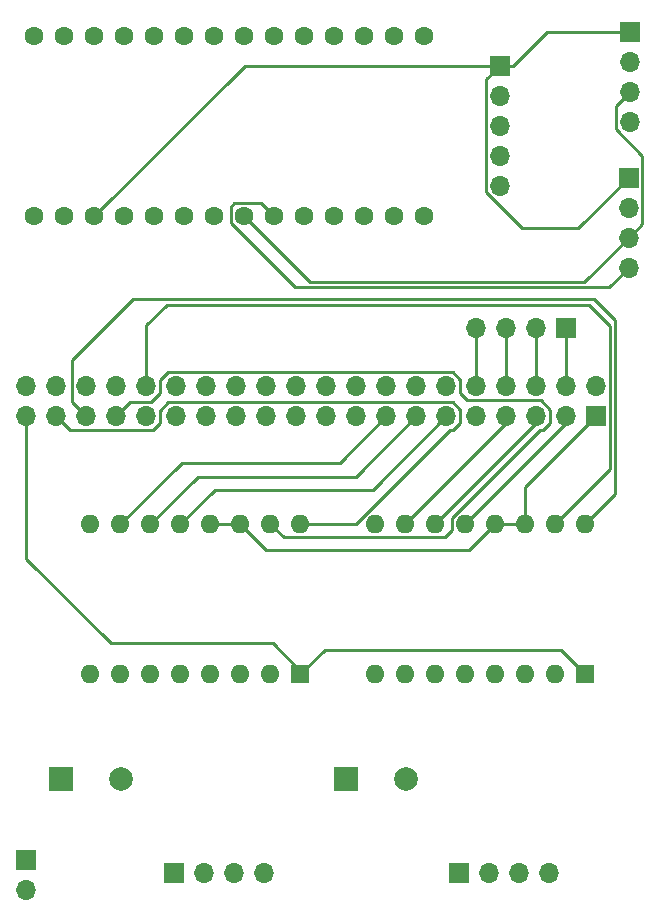
<source format=gbr>
%TF.GenerationSoftware,KiCad,Pcbnew,5.1.7-a382d34a88~90~ubuntu20.04.1*%
%TF.CreationDate,2022-09-16T19:00:19+02:00*%
%TF.ProjectId,goto-exp,676f746f-2d65-4787-902e-6b696361645f,rev?*%
%TF.SameCoordinates,Original*%
%TF.FileFunction,Copper,L1,Top*%
%TF.FilePolarity,Positive*%
%FSLAX46Y46*%
G04 Gerber Fmt 4.6, Leading zero omitted, Abs format (unit mm)*
G04 Created by KiCad (PCBNEW 5.1.7-a382d34a88~90~ubuntu20.04.1) date 2022-09-16 19:00:19*
%MOMM*%
%LPD*%
G01*
G04 APERTURE LIST*
%TA.AperFunction,ComponentPad*%
%ADD10O,1.700000X1.700000*%
%TD*%
%TA.AperFunction,ComponentPad*%
%ADD11R,1.700000X1.700000*%
%TD*%
%TA.AperFunction,ComponentPad*%
%ADD12C,1.600000*%
%TD*%
%TA.AperFunction,ComponentPad*%
%ADD13C,2.000000*%
%TD*%
%TA.AperFunction,ComponentPad*%
%ADD14R,2.000000X2.000000*%
%TD*%
%TA.AperFunction,ComponentPad*%
%ADD15O,1.600000X1.600000*%
%TD*%
%TA.AperFunction,ComponentPad*%
%ADD16R,1.600000X1.600000*%
%TD*%
%TA.AperFunction,Conductor*%
%ADD17C,0.250000*%
%TD*%
%TA.AperFunction,Conductor*%
%ADD18C,1.100000*%
%TD*%
G04 APERTURE END LIST*
D10*
%TO.P,J4,4*%
%TO.N,Net-(J3-Pad4)*%
X144843500Y-58343800D03*
%TO.P,J4,3*%
%TO.N,Net-(J3-Pad3)*%
X144843500Y-55803800D03*
%TO.P,J4,2*%
%TO.N,Net-(Arduino1-Pad2)*%
X144843500Y-53263800D03*
D11*
%TO.P,J4,1*%
%TO.N,Net-(J2-Pad1)*%
X144843500Y-50723800D03*
%TD*%
D12*
%TO.P,U1,1*%
%TO.N,Net-(U1-Pad1)*%
X94509000Y-38775700D03*
%TO.P,U1,2*%
%TO.N,Net-(Arduino1-Pad3)*%
X97049000Y-38775700D03*
%TO.P,U1,3*%
%TO.N,Net-(Arduino1-Pad4)*%
X99589000Y-38775700D03*
%TO.P,U1,4*%
%TO.N,Net-(U1-Pad4)*%
X102129000Y-38775700D03*
%TO.P,U1,5*%
%TO.N,Net-(U1-Pad5)*%
X104669000Y-38775700D03*
%TO.P,U1,6*%
%TO.N,Net-(U1-Pad6)*%
X107209000Y-38775700D03*
%TO.P,U1,7*%
%TO.N,Net-(U1-Pad7)*%
X109749000Y-38775700D03*
%TO.P,U1,8*%
%TO.N,Net-(U1-Pad8)*%
X112289000Y-38775700D03*
%TO.P,U1,9*%
%TO.N,Net-(U1-Pad9)*%
X114829000Y-38775700D03*
%TO.P,U1,10*%
%TO.N,Net-(U1-Pad10)*%
X117369000Y-38775700D03*
%TO.P,U1,11*%
%TO.N,Net-(U1-Pad11)*%
X119909000Y-38775700D03*
%TO.P,U1,12*%
%TO.N,Net-(U1-Pad12)*%
X122449000Y-38775700D03*
%TO.P,U1,13*%
%TO.N,Net-(U1-Pad13)*%
X124989000Y-38775700D03*
%TO.P,U1,33*%
%TO.N,Net-(Arduino1-Pad1)*%
X94509000Y-54015700D03*
%TO.P,U1,32*%
%TO.N,Net-(Arduino1-Pad2)*%
X97049000Y-54015700D03*
%TO.P,U1,31*%
%TO.N,Net-(J2-Pad1)*%
X99589000Y-54015700D03*
%TO.P,U1,30*%
%TO.N,Net-(U1-Pad30)*%
X102129000Y-54015700D03*
%TO.P,U1,29*%
%TO.N,Net-(U1-Pad29)*%
X104669000Y-54015700D03*
%TO.P,U1,28*%
%TO.N,Net-(U1-Pad28)*%
X107209000Y-54015700D03*
%TO.P,U1,27*%
%TO.N,Net-(U1-Pad27)*%
X109749000Y-54015700D03*
%TO.P,U1,26*%
%TO.N,Net-(J3-Pad3)*%
X112289000Y-54015700D03*
%TO.P,U1,25*%
%TO.N,Net-(J3-Pad4)*%
X114829000Y-54015700D03*
%TO.P,U1,24*%
%TO.N,Net-(U1-Pad24)*%
X117369000Y-54015700D03*
%TO.P,U1,23*%
%TO.N,Net-(U1-Pad23)*%
X119909000Y-54015700D03*
%TO.P,U1,22*%
%TO.N,Net-(J2-Pad3)*%
X122449000Y-54015700D03*
%TO.P,U1,21*%
%TO.N,Net-(J2-Pad4)*%
X124989000Y-54015700D03*
%TO.P,U1,14*%
%TO.N,Net-(U1-Pad14)*%
X127529000Y-38775700D03*
%TO.P,U1,20*%
%TO.N,Net-(J2-Pad5)*%
X127529000Y-54015700D03*
%TD*%
D11*
%TO.P,J2,1*%
%TO.N,Net-(J2-Pad1)*%
X133972300Y-41249600D03*
D10*
%TO.P,J2,2*%
%TO.N,Net-(Arduino1-Pad2)*%
X133972300Y-43789600D03*
%TO.P,J2,3*%
%TO.N,Net-(J2-Pad3)*%
X133972300Y-46329600D03*
%TO.P,J2,4*%
%TO.N,Net-(J2-Pad4)*%
X133972300Y-48869600D03*
%TO.P,J2,5*%
%TO.N,Net-(J2-Pad5)*%
X133972300Y-51409600D03*
%TD*%
%TO.P,J3,4*%
%TO.N,Net-(J3-Pad4)*%
X144932400Y-46037500D03*
%TO.P,J3,3*%
%TO.N,Net-(J3-Pad3)*%
X144932400Y-43497500D03*
%TO.P,J3,2*%
%TO.N,Net-(Arduino1-Pad2)*%
X144932400Y-40957500D03*
D11*
%TO.P,J3,1*%
%TO.N,Net-(J2-Pad1)*%
X144932400Y-38417500D03*
%TD*%
D10*
%TO.P,J1,2*%
%TO.N,Net-(C1-Pad2)*%
X93802200Y-111048800D03*
D11*
%TO.P,J1,1*%
%TO.N,Net-(C1-Pad1)*%
X93802200Y-108508800D03*
%TD*%
D10*
%TO.P,RPi,40*%
%TO.N,Net-(RPi1-Pad40)*%
X93841700Y-68402200D03*
%TO.P,RPi,39*%
%TO.N,Net-(RPi1-Pad39)*%
X93841700Y-70942200D03*
%TO.P,RPi,38*%
%TO.N,Net-(RPi1-Pad38)*%
X96381700Y-68402200D03*
%TO.P,RPi,37*%
%TO.N,Net-(RPi1-Pad37)*%
X96381700Y-70942200D03*
%TO.P,RPi,36*%
%TO.N,Net-(RPi1-Pad36)*%
X98921700Y-68402200D03*
%TO.P,RPi,35*%
%TO.N,Net-(RPi1-Pad35)*%
X98921700Y-70942200D03*
%TO.P,RPi,34*%
%TO.N,Net-(RPi1-Pad34)*%
X101461700Y-68402200D03*
%TO.P,RPi,33*%
%TO.N,Net-(RPi1-Pad33)*%
X101461700Y-70942200D03*
%TO.P,RPi,32*%
%TO.N,Net-(RPi1-Pad32)*%
X104001700Y-68402200D03*
%TO.P,RPi,31*%
%TO.N,Net-(RPi1-Pad31)*%
X104001700Y-70942200D03*
%TO.P,RPi,30*%
%TO.N,Net-(RPi1-Pad30)*%
X106541700Y-68402200D03*
%TO.P,RPi,29*%
%TO.N,Net-(RPi1-Pad29)*%
X106541700Y-70942200D03*
%TO.P,RPi,28*%
%TO.N,Net-(RPi1-Pad28)*%
X109081700Y-68402200D03*
%TO.P,RPi,27*%
%TO.N,Net-(RPi1-Pad27)*%
X109081700Y-70942200D03*
%TO.P,RPi,26*%
%TO.N,Net-(RPi1-Pad26)*%
X111621700Y-68402200D03*
%TO.P,RPi,25*%
%TO.N,Net-(RPi1-Pad25)*%
X111621700Y-70942200D03*
%TO.P,RPi,24*%
%TO.N,Net-(RPi1-Pad24)*%
X114161700Y-68402200D03*
%TO.P,RPi,23*%
%TO.N,Net-(RPi1-Pad23)*%
X114161700Y-70942200D03*
%TO.P,RPi,22*%
%TO.N,Net-(RPi1-Pad22)*%
X116701700Y-68402200D03*
%TO.P,RPi,21*%
%TO.N,Net-(RPi1-Pad21)*%
X116701700Y-70942200D03*
%TO.P,RPi,20*%
%TO.N,Net-(RPi1-Pad20)*%
X119241700Y-68402200D03*
%TO.P,RPi,19*%
%TO.N,Net-(RPi1-Pad19)*%
X119241700Y-70942200D03*
%TO.P,RPi,18*%
%TO.N,Net-(RPi1-Pad18)*%
X121781700Y-68402200D03*
%TO.P,RPi,17*%
%TO.N,Net-(RPi1-Pad17)*%
X121781700Y-70942200D03*
%TO.P,RPi,16*%
%TO.N,Net-(RPi1-Pad16)*%
X124321700Y-68402200D03*
%TO.P,RPi,15*%
%TO.N,Net-(RPi1-Pad15)*%
X124321700Y-70942200D03*
%TO.P,RPi,14*%
%TO.N,Net-(RPi1-Pad14)*%
X126861700Y-68402200D03*
%TO.P,RPi,13*%
%TO.N,Net-(RPi1-Pad13)*%
X126861700Y-70942200D03*
%TO.P,RPi,12*%
%TO.N,Net-(RPi1-Pad12)*%
X129401700Y-68402200D03*
%TO.P,RPi,11*%
%TO.N,Net-(RPi1-Pad11)*%
X129401700Y-70942200D03*
%TO.P,RPi,10*%
%TO.N,Net-(Arduino1-Pad4)*%
X131941700Y-68402200D03*
%TO.P,RPi,9*%
%TO.N,Net-(RPi1-Pad9)*%
X131941700Y-70942200D03*
%TO.P,RPi,8*%
%TO.N,Net-(Arduino1-Pad3)*%
X134481700Y-68402200D03*
%TO.P,RPi,7*%
%TO.N,Net-(RPi1-Pad7)*%
X134481700Y-70942200D03*
%TO.P,RPi,6*%
%TO.N,Net-(Arduino1-Pad2)*%
X137021700Y-68402200D03*
%TO.P,RPi,5*%
%TO.N,Net-(RPi1-Pad5)*%
X137021700Y-70942200D03*
%TO.P,RPi,4*%
%TO.N,Net-(Arduino1-Pad1)*%
X139561700Y-68402200D03*
%TO.P,RPi,3*%
%TO.N,Net-(RPi1-Pad3)*%
X139561700Y-70942200D03*
%TO.P,RPi,2*%
%TO.N,Net-(RPi1-Pad2)*%
X142101700Y-68402200D03*
D11*
%TO.P,RPi,1*%
%TO.N,Net-(RPi1-Pad1)*%
X142101700Y-70942200D03*
%TD*%
D13*
%TO.P,C2,2*%
%TO.N,Net-(C1-Pad2)*%
X101826200Y-101638100D03*
D14*
%TO.P,C2,1*%
%TO.N,Net-(C1-Pad1)*%
X96826200Y-101638100D03*
%TD*%
D13*
%TO.P,C1,2*%
%TO.N,Net-(C1-Pad2)*%
X125956200Y-101612700D03*
D14*
%TO.P,C1,1*%
%TO.N,Net-(C1-Pad1)*%
X120956200Y-101612700D03*
%TD*%
D10*
%TO.P,ALTMotor1,4*%
%TO.N,Net-(ALTMotor1-Pad4)*%
X113983900Y-109601000D03*
%TO.P,ALTMotor1,3*%
%TO.N,Net-(ALTMotor1-Pad3)*%
X111443900Y-109601000D03*
%TO.P,ALTMotor1,2*%
%TO.N,Net-(ALTMotor1-Pad2)*%
X108903900Y-109601000D03*
D11*
%TO.P,ALTMotor1,1*%
%TO.N,Net-(ALTMotor1-Pad1)*%
X106363900Y-109601000D03*
%TD*%
D10*
%TO.P,Arduino1,4*%
%TO.N,Net-(Arduino1-Pad4)*%
X131914900Y-63461900D03*
%TO.P,Arduino1,3*%
%TO.N,Net-(Arduino1-Pad3)*%
X134454900Y-63461900D03*
%TO.P,Arduino1,2*%
%TO.N,Net-(Arduino1-Pad2)*%
X136994900Y-63461900D03*
D11*
%TO.P,Arduino1,1*%
%TO.N,Net-(Arduino1-Pad1)*%
X139534900Y-63461900D03*
%TD*%
D10*
%TO.P,AZMotor1,4*%
%TO.N,Net-(AZMotor1-Pad4)*%
X138139300Y-109639100D03*
%TO.P,AZMotor1,3*%
%TO.N,Net-(AZMotor1-Pad3)*%
X135599300Y-109639100D03*
%TO.P,AZMotor1,2*%
%TO.N,Net-(AZMotor1-Pad2)*%
X133059300Y-109639100D03*
D11*
%TO.P,AZMotor1,1*%
%TO.N,Net-(AZMotor1-Pad1)*%
X130519300Y-109639100D03*
%TD*%
D15*
%TO.P,StepperDriver2,16*%
%TO.N,Net-(RPi1-Pad35)*%
X141187300Y-80060800D03*
%TO.P,StepperDriver2,8*%
%TO.N,Net-(C1-Pad1)*%
X123407300Y-92760800D03*
%TO.P,StepperDriver2,15*%
%TO.N,Net-(RPi1-Pad32)*%
X138647300Y-80060800D03*
%TO.P,StepperDriver2,7*%
%TO.N,Net-(C1-Pad2)*%
X125947300Y-92760800D03*
%TO.P,StepperDriver2,14*%
%TO.N,Net-(RPi1-Pad1)*%
X136107300Y-80060800D03*
%TO.P,StepperDriver2,6*%
%TO.N,Net-(AZMotor1-Pad1)*%
X128487300Y-92760800D03*
%TO.P,StepperDriver2,13*%
%TO.N,Net-(RPi1-Pad1)*%
X133567300Y-80060800D03*
%TO.P,StepperDriver2,5*%
%TO.N,Net-(AZMotor1-Pad2)*%
X131027300Y-92760800D03*
%TO.P,StepperDriver2,12*%
%TO.N,Net-(RPi1-Pad3)*%
X131027300Y-80060800D03*
%TO.P,StepperDriver2,4*%
%TO.N,Net-(AZMotor1-Pad3)*%
X133567300Y-92760800D03*
%TO.P,StepperDriver2,11*%
%TO.N,Net-(RPi1-Pad5)*%
X128487300Y-80060800D03*
%TO.P,StepperDriver2,3*%
%TO.N,Net-(AZMotor1-Pad4)*%
X136107300Y-92760800D03*
%TO.P,StepperDriver2,10*%
%TO.N,Net-(RPi1-Pad7)*%
X125947300Y-80060800D03*
%TO.P,StepperDriver2,2*%
%TO.N,Net-(StepperDriver2-Pad2)*%
X138647300Y-92760800D03*
%TO.P,StepperDriver2,9*%
%TO.N,Net-(StepperDriver2-Pad9)*%
X123407300Y-80060800D03*
D16*
%TO.P,StepperDriver2,1*%
%TO.N,Net-(RPi1-Pad39)*%
X141187300Y-92760800D03*
%TD*%
D15*
%TO.P,StepperDriver1,16*%
%TO.N,Net-(RPi1-Pad37)*%
X117044600Y-80073500D03*
%TO.P,StepperDriver1,8*%
%TO.N,Net-(C1-Pad1)*%
X99264600Y-92773500D03*
%TO.P,StepperDriver1,15*%
%TO.N,Net-(RPi1-Pad33)*%
X114504600Y-80073500D03*
%TO.P,StepperDriver1,7*%
%TO.N,Net-(C1-Pad2)*%
X101804600Y-92773500D03*
%TO.P,StepperDriver1,14*%
%TO.N,Net-(RPi1-Pad1)*%
X111964600Y-80073500D03*
%TO.P,StepperDriver1,6*%
%TO.N,Net-(ALTMotor1-Pad1)*%
X104344600Y-92773500D03*
%TO.P,StepperDriver1,13*%
%TO.N,Net-(RPi1-Pad1)*%
X109424600Y-80073500D03*
%TO.P,StepperDriver1,5*%
%TO.N,Net-(ALTMotor1-Pad2)*%
X106884600Y-92773500D03*
%TO.P,StepperDriver1,12*%
%TO.N,Net-(RPi1-Pad11)*%
X106884600Y-80073500D03*
%TO.P,StepperDriver1,4*%
%TO.N,Net-(ALTMotor1-Pad3)*%
X109424600Y-92773500D03*
%TO.P,StepperDriver1,11*%
%TO.N,Net-(RPi1-Pad13)*%
X104344600Y-80073500D03*
%TO.P,StepperDriver1,3*%
%TO.N,Net-(ALTMotor1-Pad4)*%
X111964600Y-92773500D03*
%TO.P,StepperDriver1,10*%
%TO.N,Net-(RPi1-Pad15)*%
X101804600Y-80073500D03*
%TO.P,StepperDriver1,2*%
%TO.N,Net-(StepperDriver1-Pad2)*%
X114504600Y-92773500D03*
%TO.P,StepperDriver1,9*%
%TO.N,Net-(StepperDriver1-Pad9)*%
X99264600Y-80073500D03*
D16*
%TO.P,StepperDriver1,1*%
%TO.N,Net-(RPi1-Pad39)*%
X117044600Y-92773500D03*
%TD*%
D17*
%TO.N,Net-(Arduino1-Pad4)*%
X131903600Y-68364100D02*
X131941700Y-68402200D01*
X131914900Y-68375400D02*
X131941700Y-68402200D01*
X131914900Y-63461900D02*
X131914900Y-68375400D01*
%TO.N,Net-(Arduino1-Pad3)*%
X134443600Y-68364100D02*
X134481700Y-68402200D01*
X134454900Y-68375400D02*
X134481700Y-68402200D01*
X134454900Y-63461900D02*
X134454900Y-68375400D01*
%TO.N,Net-(Arduino1-Pad2)*%
X136983600Y-68364100D02*
X137021700Y-68402200D01*
X136994900Y-68375400D02*
X137021700Y-68402200D01*
X136994900Y-63461900D02*
X136994900Y-68375400D01*
X133972300Y-43534602D02*
X133972300Y-43789600D01*
%TO.N,Net-(Arduino1-Pad1)*%
X139523600Y-68364100D02*
X139561700Y-68402200D01*
X139534900Y-68375400D02*
X139561700Y-68402200D01*
X139534900Y-63461900D02*
X139534900Y-68375400D01*
%TO.N,Net-(C1-Pad2)*%
X125956200Y-92769700D02*
X125947300Y-92760800D01*
X101826200Y-92795100D02*
X101804600Y-92773500D01*
D18*
X101804600Y-101616500D02*
X101826200Y-101638100D01*
X125947300Y-101603800D02*
X125956200Y-101612700D01*
D17*
%TO.N,Net-(RPi1-Pad39)*%
X141187300Y-92760800D02*
X139142600Y-90716100D01*
X119102000Y-90716100D02*
X117044600Y-92773500D01*
X139142600Y-90716100D02*
X119102000Y-90716100D01*
X117044600Y-92773500D02*
X117044600Y-92519500D01*
X93841700Y-70942200D02*
X93841700Y-82994500D01*
X101017200Y-90170000D02*
X114695100Y-90170000D01*
X93841700Y-82994500D02*
X101017200Y-90170000D01*
X117044600Y-92519500D02*
X114695100Y-90170000D01*
%TO.N,Net-(RPi1-Pad37)*%
X105176701Y-71506201D02*
X104565701Y-72117201D01*
X105887901Y-69767199D02*
X105176701Y-70478399D01*
X105176701Y-70478399D02*
X105176701Y-71506201D01*
X129965701Y-69767199D02*
X105887901Y-69767199D01*
X97556701Y-72117201D02*
X96381700Y-70942200D01*
X130576701Y-70378199D02*
X129965701Y-69767199D01*
X130576701Y-71506201D02*
X130576701Y-70378199D01*
X129965701Y-72117201D02*
X130576701Y-71506201D01*
X104565701Y-72117201D02*
X97556701Y-72117201D01*
X129685897Y-72117201D02*
X129965701Y-72117201D01*
X121729598Y-80073500D02*
X129685897Y-72117201D01*
X117044600Y-80073500D02*
X121729598Y-80073500D01*
%TO.N,Net-(RPi1-Pad35)*%
X143726711Y-77521389D02*
X141187300Y-80060800D01*
X102845411Y-61036789D02*
X141945900Y-61036789D01*
X141945900Y-61036789D02*
X143726710Y-62817599D01*
X97746699Y-66135501D02*
X102845411Y-61036789D01*
X97746699Y-69767199D02*
X97746699Y-66135501D01*
X143726710Y-62817599D02*
X143726711Y-77521389D01*
X98921700Y-70942200D02*
X97746699Y-69767199D01*
%TO.N,Net-(RPi1-Pad33)*%
X104375703Y-69767199D02*
X102636701Y-69767199D01*
X105176701Y-67900299D02*
X105176701Y-68966201D01*
X129965701Y-67227199D02*
X105849801Y-67227199D01*
X105176701Y-68966201D02*
X104375703Y-69767199D01*
X130576701Y-68966201D02*
X130576701Y-67838199D01*
X105849801Y-67227199D02*
X105176701Y-67900299D01*
X131187701Y-69577201D02*
X130576701Y-68966201D01*
X102636701Y-69767199D02*
X101461700Y-70942200D01*
X130576701Y-67838199D02*
X129965701Y-67227199D01*
X137395703Y-69577201D02*
X131187701Y-69577201D01*
X138196701Y-70378199D02*
X137395703Y-69577201D01*
X138196701Y-71506201D02*
X138196701Y-70378199D01*
X137585701Y-72117201D02*
X138196701Y-71506201D01*
X137305897Y-72117201D02*
X137585701Y-72117201D01*
X129902299Y-79520799D02*
X137305897Y-72117201D01*
X129902299Y-80600801D02*
X129902299Y-79520799D01*
X129304599Y-81198501D02*
X129902299Y-80600801D01*
X115629601Y-81198501D02*
X129304599Y-81198501D01*
X114504600Y-80073500D02*
X115629601Y-81198501D01*
%TO.N,Net-(RPi1-Pad32)*%
X104001700Y-68402200D02*
X104001700Y-63233300D01*
X105748201Y-61486799D02*
X111171101Y-61486799D01*
X111171101Y-61486799D02*
X110917101Y-61486799D01*
X104001700Y-63233300D02*
X105748201Y-61486799D01*
X141445900Y-61486799D02*
X111983400Y-61486799D01*
X141507799Y-61486799D02*
X141445900Y-61486799D01*
X143276701Y-63255701D02*
X141507799Y-61486799D01*
X143276701Y-75431399D02*
X143276701Y-63255701D01*
X138647300Y-80060800D02*
X143276701Y-75431399D01*
X111171101Y-61486799D02*
X111945900Y-61486799D01*
%TO.N,Net-(RPi1-Pad15)*%
X124321700Y-70942200D02*
X120410100Y-74853800D01*
X107024300Y-74853800D02*
X101804600Y-80073500D01*
X120410100Y-74853800D02*
X107024300Y-74853800D01*
%TO.N,Net-(RPi1-Pad13)*%
X126861700Y-70942200D02*
X121730900Y-76073000D01*
X108345100Y-76073000D02*
X104344600Y-80073500D01*
X121730900Y-76073000D02*
X108345100Y-76073000D01*
%TO.N,Net-(RPi1-Pad11)*%
X129401700Y-70942200D02*
X123178700Y-77165200D01*
X109792900Y-77165200D02*
X106884600Y-80073500D01*
X123178700Y-77165200D02*
X109792900Y-77165200D01*
%TO.N,Net-(RPi1-Pad7)*%
X134481700Y-71526400D02*
X134481700Y-70942200D01*
X125947300Y-80060800D02*
X134481700Y-71526400D01*
%TO.N,Net-(RPi1-Pad5)*%
X137021700Y-71526400D02*
X137021700Y-70942200D01*
X128487300Y-80060800D02*
X137021700Y-71526400D01*
%TO.N,Net-(RPi1-Pad3)*%
X139561700Y-71526400D02*
X139561700Y-70942200D01*
X131027300Y-80060800D02*
X139561700Y-71526400D01*
%TO.N,Net-(RPi1-Pad1)*%
X136107300Y-80060800D02*
X133567300Y-80060800D01*
X136107300Y-76936600D02*
X142101700Y-70942200D01*
X136107300Y-80060800D02*
X136107300Y-76936600D01*
X111964600Y-80073500D02*
X109424600Y-80073500D01*
X133567300Y-80060800D02*
X131357500Y-82270600D01*
X114161700Y-82270600D02*
X111964600Y-80073500D01*
X131357500Y-82270600D02*
X114161700Y-82270600D01*
%TO.N,Net-(J2-Pad1)*%
X112355100Y-41249600D02*
X133972300Y-41249600D01*
X99589000Y-54015700D02*
X112355100Y-41249600D01*
X140531799Y-55035501D02*
X144843500Y-50723800D01*
X135859199Y-55035501D02*
X140531799Y-55035501D01*
X132797299Y-51973601D02*
X135859199Y-55035501D01*
X132797299Y-42424601D02*
X132797299Y-51973601D01*
X133972300Y-41249600D02*
X132797299Y-42424601D01*
X137904400Y-38417500D02*
X144932400Y-38417500D01*
X135072300Y-41249600D02*
X137904400Y-38417500D01*
X133972300Y-41249600D02*
X135072300Y-41249600D01*
%TO.N,Net-(J3-Pad4)*%
X143177989Y-60009311D02*
X144843500Y-58343800D01*
X116617609Y-60009311D02*
X143177989Y-60009311D01*
X111163999Y-54555701D02*
X116617609Y-60009311D01*
X111163999Y-53185701D02*
X111163999Y-54555701D01*
X111459001Y-52890699D02*
X111163999Y-53185701D01*
X113703999Y-52890699D02*
X111459001Y-52890699D01*
X114829000Y-54015700D02*
X113703999Y-52890699D01*
%TO.N,Net-(J3-Pad3)*%
X117832601Y-59559301D02*
X141087999Y-59559301D01*
X141087999Y-59559301D02*
X144843500Y-55803800D01*
X112289000Y-54015700D02*
X117832601Y-59559301D01*
X143757399Y-44672501D02*
X144932400Y-43497500D01*
X143757399Y-46601501D02*
X143757399Y-44672501D01*
X146018501Y-48862603D02*
X143757399Y-46601501D01*
X146018501Y-54628799D02*
X146018501Y-48862603D01*
X144843500Y-55803800D02*
X146018501Y-54628799D01*
%TD*%
M02*

</source>
